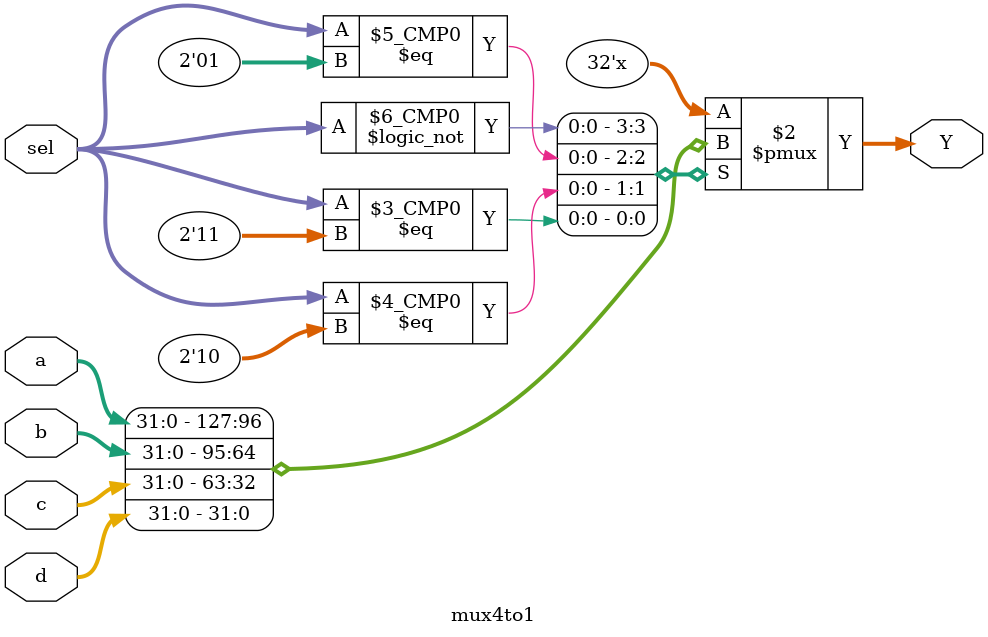
<source format=v>
module mux4to1(a,b,c,d,sel,Y);
input[31:0] a,b,c,d;
input[1:0] sel;
output reg[31:0] Y;
always @(*)
begin
	case(sel)
		2'b00:Y=a;
		2'b01:Y=b;
		2'b10:Y=c;
		2'b11:Y=d;
		default:Y=Y;
	endcase
end
endmodule
</source>
